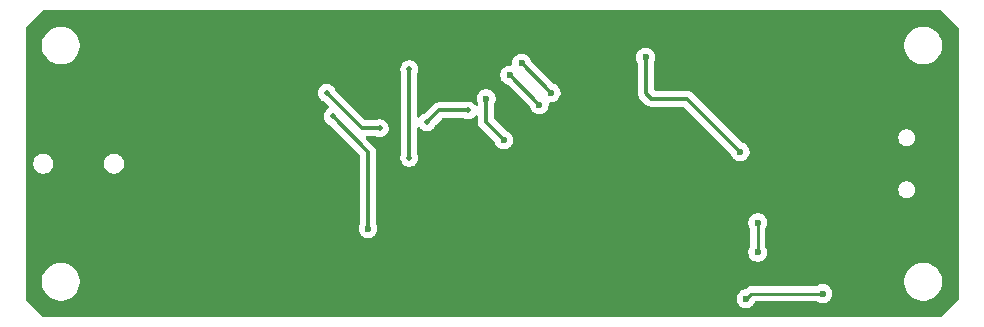
<source format=gbr>
%TF.GenerationSoftware,KiCad,Pcbnew,9.0.1*%
%TF.CreationDate,2025-05-09T23:00:38+01:00*%
%TF.ProjectId,aom-preamp,616f6d2d-7072-4656-916d-702e6b696361,rev?*%
%TF.SameCoordinates,Original*%
%TF.FileFunction,Copper,L2,Bot*%
%TF.FilePolarity,Positive*%
%FSLAX46Y46*%
G04 Gerber Fmt 4.6, Leading zero omitted, Abs format (unit mm)*
G04 Created by KiCad (PCBNEW 9.0.1) date 2025-05-09 23:00:38*
%MOMM*%
%LPD*%
G01*
G04 APERTURE LIST*
%TA.AperFunction,ViaPad*%
%ADD10C,0.600000*%
%TD*%
%TA.AperFunction,ViaPad*%
%ADD11C,0.500000*%
%TD*%
%TA.AperFunction,Conductor*%
%ADD12C,0.350000*%
%TD*%
%TA.AperFunction,Conductor*%
%ADD13C,0.250000*%
%TD*%
G04 APERTURE END LIST*
D10*
%TO.N,GND*%
X133500000Y-81500000D03*
X134500000Y-80500000D03*
X133000000Y-87000000D03*
X131500000Y-83500000D03*
X136000000Y-84000000D03*
X137000000Y-83000000D03*
%TO.N,AVDD1*%
X153500000Y-100450000D03*
X160000000Y-100000000D03*
%TO.N,9V_GND*%
X156500000Y-85000000D03*
X139000000Y-84500000D03*
X139000000Y-83500000D03*
X156500000Y-83500000D03*
D11*
%TO.N,Net-(Q1-B)*%
X118000000Y-83000000D03*
X122500000Y-86000000D03*
%TO.N,Net-(Q2-E)*%
X118500000Y-85000000D03*
D10*
X121500000Y-94500000D03*
D11*
%TO.N,Net-(Q3-B)*%
X130000000Y-84500000D03*
X126500000Y-85500000D03*
%TO.N,Net-(Q3-E)*%
X125000000Y-81000000D03*
X125000000Y-88500000D03*
D10*
%TO.N,Net-(R13-Pad1)*%
X154500000Y-94000000D03*
X154500000Y-96500000D03*
%TO.N,V3.3*%
X153000000Y-88000000D03*
X145000000Y-80000000D03*
%TD*%
D12*
%TO.N,GND*%
X133500000Y-81500000D02*
X136000000Y-84000000D01*
X131500000Y-83500000D02*
X131500000Y-85500000D01*
X134500000Y-80500000D02*
X137000000Y-83000000D01*
X131500000Y-85500000D02*
X133000000Y-87000000D01*
D13*
%TO.N,AVDD1*%
X160000000Y-100000000D02*
X153950000Y-100000000D01*
X153950000Y-100000000D02*
X153500000Y-100450000D01*
D12*
%TO.N,Net-(Q1-B)*%
X121000000Y-86000000D02*
X118000000Y-83000000D01*
X122500000Y-86000000D02*
X121000000Y-86000000D01*
%TO.N,Net-(Q2-E)*%
X121500000Y-88000000D02*
X121500000Y-94500000D01*
X118500000Y-85000000D02*
X121500000Y-88000000D01*
%TO.N,Net-(Q3-B)*%
X127500000Y-84500000D02*
X130000000Y-84500000D01*
X126500000Y-85500000D02*
X127500000Y-84500000D01*
%TO.N,Net-(Q3-E)*%
X125000000Y-81000000D02*
X125000000Y-88500000D01*
D13*
%TO.N,Net-(R13-Pad1)*%
X154500000Y-94000000D02*
X154500000Y-96500000D01*
D12*
%TO.N,V3.3*%
X145500000Y-83500000D02*
X145000000Y-83000000D01*
X153000000Y-88000000D02*
X148500000Y-83500000D01*
X145000000Y-83000000D02*
X145000000Y-80000000D01*
X148500000Y-83500000D02*
X145500000Y-83500000D01*
%TD*%
%TA.AperFunction,Conductor*%
%TO.N,9V_GND*%
G36*
X170016177Y-76020185D02*
G01*
X170036819Y-76036819D01*
X171463181Y-77463181D01*
X171496666Y-77524504D01*
X171499500Y-77550862D01*
X171499500Y-100449137D01*
X171479815Y-100516176D01*
X171463181Y-100536818D01*
X170036818Y-101963181D01*
X169975495Y-101996666D01*
X169949137Y-101999500D01*
X94050862Y-101999500D01*
X93983823Y-101979815D01*
X93963181Y-101963181D01*
X92536819Y-100536819D01*
X92503334Y-100475496D01*
X92500500Y-100449138D01*
X92500500Y-98874038D01*
X93899500Y-98874038D01*
X93899500Y-99125962D01*
X93916020Y-99230263D01*
X93938910Y-99374785D01*
X94016760Y-99614383D01*
X94081073Y-99740602D01*
X94125711Y-99828210D01*
X94131132Y-99838848D01*
X94279201Y-100042649D01*
X94279205Y-100042654D01*
X94457345Y-100220794D01*
X94457350Y-100220798D01*
X94635117Y-100349952D01*
X94661155Y-100368870D01*
X94789192Y-100434108D01*
X94885616Y-100483239D01*
X94885618Y-100483239D01*
X94885621Y-100483241D01*
X95125215Y-100561090D01*
X95374038Y-100600500D01*
X95374039Y-100600500D01*
X95625961Y-100600500D01*
X95625962Y-100600500D01*
X95874785Y-100561090D01*
X96114379Y-100483241D01*
X96334364Y-100371153D01*
X152699500Y-100371153D01*
X152699500Y-100528846D01*
X152730261Y-100683489D01*
X152730264Y-100683501D01*
X152790602Y-100829172D01*
X152790609Y-100829185D01*
X152878210Y-100960288D01*
X152878213Y-100960292D01*
X152989707Y-101071786D01*
X152989711Y-101071789D01*
X153120814Y-101159390D01*
X153120827Y-101159397D01*
X153266498Y-101219735D01*
X153266503Y-101219737D01*
X153394845Y-101245266D01*
X153421153Y-101250499D01*
X153421156Y-101250500D01*
X153421158Y-101250500D01*
X153578844Y-101250500D01*
X153578845Y-101250499D01*
X153733497Y-101219737D01*
X153879179Y-101159394D01*
X154010289Y-101071789D01*
X154121789Y-100960289D01*
X154209394Y-100829179D01*
X154234016Y-100769737D01*
X154262053Y-100702048D01*
X154305893Y-100647644D01*
X154372187Y-100625579D01*
X154376614Y-100625500D01*
X159457650Y-100625500D01*
X159524689Y-100645185D01*
X159526541Y-100646398D01*
X159582051Y-100683489D01*
X159620821Y-100709394D01*
X159620823Y-100709395D01*
X159620827Y-100709397D01*
X159766498Y-100769735D01*
X159766503Y-100769737D01*
X159921153Y-100800499D01*
X159921156Y-100800500D01*
X159921158Y-100800500D01*
X160078844Y-100800500D01*
X160078845Y-100800499D01*
X160233497Y-100769737D01*
X160379179Y-100709394D01*
X160510289Y-100621789D01*
X160621789Y-100510289D01*
X160709394Y-100379179D01*
X160712719Y-100371153D01*
X160723067Y-100346166D01*
X160769737Y-100233497D01*
X160800500Y-100078842D01*
X160800500Y-99921158D01*
X160800500Y-99921155D01*
X160800499Y-99921153D01*
X160782012Y-99828213D01*
X160769737Y-99766503D01*
X160769735Y-99766498D01*
X160709397Y-99620827D01*
X160709390Y-99620814D01*
X160621789Y-99489711D01*
X160621786Y-99489707D01*
X160510292Y-99378213D01*
X160510288Y-99378210D01*
X160379185Y-99290609D01*
X160379172Y-99290602D01*
X160233501Y-99230264D01*
X160233489Y-99230261D01*
X160078845Y-99199500D01*
X160078842Y-99199500D01*
X159921158Y-99199500D01*
X159921155Y-99199500D01*
X159766510Y-99230261D01*
X159766498Y-99230264D01*
X159620827Y-99290602D01*
X159620815Y-99290609D01*
X159526541Y-99353602D01*
X159459864Y-99374480D01*
X159457650Y-99374500D01*
X153888389Y-99374500D01*
X153827971Y-99386518D01*
X153790259Y-99394019D01*
X153767550Y-99398536D01*
X153767548Y-99398537D01*
X153734207Y-99412347D01*
X153653719Y-99445684D01*
X153653705Y-99445692D01*
X153551272Y-99514138D01*
X153551264Y-99514144D01*
X153464139Y-99601270D01*
X153464137Y-99601272D01*
X153441201Y-99624207D01*
X153379877Y-99657691D01*
X153377714Y-99658141D01*
X153266508Y-99680261D01*
X153266498Y-99680264D01*
X153120827Y-99740602D01*
X153120814Y-99740609D01*
X152989711Y-99828210D01*
X152989707Y-99828213D01*
X152878213Y-99939707D01*
X152878210Y-99939711D01*
X152790609Y-100070814D01*
X152790602Y-100070827D01*
X152730264Y-100216498D01*
X152730261Y-100216510D01*
X152699500Y-100371153D01*
X96334364Y-100371153D01*
X96338845Y-100368870D01*
X96414351Y-100314011D01*
X96482158Y-100264748D01*
X96542649Y-100220798D01*
X96542647Y-100220798D01*
X96542656Y-100220793D01*
X96720793Y-100042656D01*
X96868870Y-99838845D01*
X96983241Y-99614379D01*
X97061090Y-99374785D01*
X97100500Y-99125962D01*
X97100500Y-98874038D01*
X166899500Y-98874038D01*
X166899500Y-99125962D01*
X166916020Y-99230263D01*
X166938910Y-99374785D01*
X167016760Y-99614383D01*
X167081073Y-99740602D01*
X167125711Y-99828210D01*
X167131132Y-99838848D01*
X167279201Y-100042649D01*
X167279205Y-100042654D01*
X167457345Y-100220794D01*
X167457350Y-100220798D01*
X167635117Y-100349952D01*
X167661155Y-100368870D01*
X167789192Y-100434108D01*
X167885616Y-100483239D01*
X167885618Y-100483239D01*
X167885621Y-100483241D01*
X168125215Y-100561090D01*
X168374038Y-100600500D01*
X168374039Y-100600500D01*
X168625961Y-100600500D01*
X168625962Y-100600500D01*
X168874785Y-100561090D01*
X169114379Y-100483241D01*
X169338845Y-100368870D01*
X169542656Y-100220793D01*
X169720793Y-100042656D01*
X169868870Y-99838845D01*
X169983241Y-99614379D01*
X170061090Y-99374785D01*
X170100500Y-99125962D01*
X170100500Y-98874038D01*
X170061090Y-98625215D01*
X169983241Y-98385621D01*
X169983239Y-98385618D01*
X169983239Y-98385616D01*
X169941747Y-98304184D01*
X169868870Y-98161155D01*
X169849952Y-98135117D01*
X169720798Y-97957350D01*
X169720794Y-97957345D01*
X169542654Y-97779205D01*
X169542649Y-97779201D01*
X169338848Y-97631132D01*
X169338847Y-97631131D01*
X169338845Y-97631130D01*
X169268747Y-97595413D01*
X169114383Y-97516760D01*
X168874785Y-97438910D01*
X168625962Y-97399500D01*
X168374038Y-97399500D01*
X168249626Y-97419205D01*
X168125214Y-97438910D01*
X167885616Y-97516760D01*
X167661151Y-97631132D01*
X167457350Y-97779201D01*
X167457345Y-97779205D01*
X167279205Y-97957345D01*
X167279201Y-97957350D01*
X167131132Y-98161151D01*
X167016760Y-98385616D01*
X166938910Y-98625214D01*
X166938910Y-98625215D01*
X166899500Y-98874038D01*
X97100500Y-98874038D01*
X97061090Y-98625215D01*
X96983241Y-98385621D01*
X96983239Y-98385618D01*
X96983239Y-98385616D01*
X96941747Y-98304184D01*
X96868870Y-98161155D01*
X96849952Y-98135117D01*
X96720798Y-97957350D01*
X96720794Y-97957345D01*
X96542654Y-97779205D01*
X96542649Y-97779201D01*
X96338848Y-97631132D01*
X96338847Y-97631131D01*
X96338845Y-97631130D01*
X96268747Y-97595413D01*
X96114383Y-97516760D01*
X95874785Y-97438910D01*
X95625962Y-97399500D01*
X95374038Y-97399500D01*
X95249626Y-97419205D01*
X95125214Y-97438910D01*
X94885616Y-97516760D01*
X94661151Y-97631132D01*
X94457350Y-97779201D01*
X94457345Y-97779205D01*
X94279205Y-97957345D01*
X94279201Y-97957350D01*
X94131132Y-98161151D01*
X94016760Y-98385616D01*
X93938910Y-98625214D01*
X93938910Y-98625215D01*
X93899500Y-98874038D01*
X92500500Y-98874038D01*
X92500500Y-88916228D01*
X93149500Y-88916228D01*
X93149500Y-89083771D01*
X93182182Y-89248074D01*
X93182184Y-89248082D01*
X93246295Y-89402860D01*
X93339373Y-89542162D01*
X93457837Y-89660626D01*
X93550494Y-89722537D01*
X93597137Y-89753703D01*
X93751918Y-89817816D01*
X93916228Y-89850499D01*
X93916232Y-89850500D01*
X93916233Y-89850500D01*
X94083768Y-89850500D01*
X94083769Y-89850499D01*
X94248082Y-89817816D01*
X94402863Y-89753703D01*
X94542162Y-89660626D01*
X94660626Y-89542162D01*
X94753703Y-89402863D01*
X94817816Y-89248082D01*
X94850500Y-89083767D01*
X94850500Y-88916233D01*
X94850499Y-88916228D01*
X99149500Y-88916228D01*
X99149500Y-89083771D01*
X99182182Y-89248074D01*
X99182184Y-89248082D01*
X99246295Y-89402860D01*
X99339373Y-89542162D01*
X99457837Y-89660626D01*
X99550494Y-89722537D01*
X99597137Y-89753703D01*
X99751918Y-89817816D01*
X99916228Y-89850499D01*
X99916232Y-89850500D01*
X99916233Y-89850500D01*
X100083768Y-89850500D01*
X100083769Y-89850499D01*
X100248082Y-89817816D01*
X100402863Y-89753703D01*
X100542162Y-89660626D01*
X100660626Y-89542162D01*
X100753703Y-89402863D01*
X100817816Y-89248082D01*
X100850500Y-89083767D01*
X100850500Y-88916233D01*
X100817816Y-88751918D01*
X100753703Y-88597137D01*
X100695672Y-88510288D01*
X100660626Y-88457837D01*
X100542162Y-88339373D01*
X100402860Y-88246295D01*
X100248082Y-88182184D01*
X100248074Y-88182182D01*
X100083771Y-88149500D01*
X100083767Y-88149500D01*
X99916233Y-88149500D01*
X99916228Y-88149500D01*
X99751925Y-88182182D01*
X99751917Y-88182184D01*
X99597139Y-88246295D01*
X99457837Y-88339373D01*
X99339373Y-88457837D01*
X99246295Y-88597139D01*
X99182184Y-88751917D01*
X99182182Y-88751925D01*
X99149500Y-88916228D01*
X94850499Y-88916228D01*
X94817816Y-88751918D01*
X94753703Y-88597137D01*
X94695672Y-88510288D01*
X94660626Y-88457837D01*
X94542162Y-88339373D01*
X94402860Y-88246295D01*
X94248082Y-88182184D01*
X94248074Y-88182182D01*
X94083771Y-88149500D01*
X94083767Y-88149500D01*
X93916233Y-88149500D01*
X93916228Y-88149500D01*
X93751925Y-88182182D01*
X93751917Y-88182184D01*
X93597139Y-88246295D01*
X93457837Y-88339373D01*
X93339373Y-88457837D01*
X93246295Y-88597139D01*
X93182184Y-88751917D01*
X93182182Y-88751925D01*
X93149500Y-88916228D01*
X92500500Y-88916228D01*
X92500500Y-83073920D01*
X117249499Y-83073920D01*
X117278340Y-83218907D01*
X117278343Y-83218917D01*
X117334912Y-83355488D01*
X117334919Y-83355501D01*
X117417048Y-83478415D01*
X117417051Y-83478419D01*
X117521580Y-83582948D01*
X117521588Y-83582954D01*
X117644503Y-83665083D01*
X117644506Y-83665085D01*
X117733153Y-83701803D01*
X117773382Y-83728683D01*
X118179528Y-84134829D01*
X118213013Y-84196152D01*
X118208029Y-84265844D01*
X118166157Y-84321777D01*
X118149473Y-84331295D01*
X118149875Y-84332046D01*
X118144498Y-84334919D01*
X118021584Y-84417048D01*
X118021580Y-84417051D01*
X117917051Y-84521580D01*
X117917048Y-84521584D01*
X117834919Y-84644498D01*
X117834912Y-84644511D01*
X117778343Y-84781082D01*
X117778340Y-84781092D01*
X117749500Y-84926079D01*
X117749500Y-84926082D01*
X117749500Y-85073918D01*
X117749500Y-85073920D01*
X117749499Y-85073920D01*
X117778340Y-85218907D01*
X117778343Y-85218917D01*
X117834912Y-85355488D01*
X117834919Y-85355501D01*
X117917048Y-85478415D01*
X117917051Y-85478419D01*
X118021580Y-85582948D01*
X118021588Y-85582954D01*
X118144503Y-85665083D01*
X118144506Y-85665085D01*
X118233153Y-85701803D01*
X118273382Y-85728683D01*
X120788181Y-88243482D01*
X120821666Y-88304805D01*
X120824500Y-88331163D01*
X120824500Y-94032479D01*
X120804815Y-94099518D01*
X120803602Y-94101370D01*
X120790609Y-94120814D01*
X120790602Y-94120827D01*
X120730264Y-94266498D01*
X120730261Y-94266510D01*
X120699500Y-94421153D01*
X120699500Y-94578846D01*
X120730261Y-94733489D01*
X120730264Y-94733501D01*
X120790602Y-94879172D01*
X120790609Y-94879185D01*
X120878210Y-95010288D01*
X120878213Y-95010292D01*
X120989707Y-95121786D01*
X120989711Y-95121789D01*
X121120814Y-95209390D01*
X121120827Y-95209397D01*
X121266498Y-95269735D01*
X121266503Y-95269737D01*
X121421153Y-95300499D01*
X121421156Y-95300500D01*
X121421158Y-95300500D01*
X121578844Y-95300500D01*
X121578845Y-95300499D01*
X121733497Y-95269737D01*
X121879179Y-95209394D01*
X122010289Y-95121789D01*
X122121789Y-95010289D01*
X122209394Y-94879179D01*
X122269737Y-94733497D01*
X122300500Y-94578842D01*
X122300500Y-94421158D01*
X122300500Y-94421155D01*
X122300499Y-94421153D01*
X122269738Y-94266510D01*
X122269737Y-94266503D01*
X122256062Y-94233489D01*
X122209397Y-94120827D01*
X122209390Y-94120814D01*
X122196398Y-94101370D01*
X122190747Y-94083323D01*
X122180523Y-94067414D01*
X122176071Y-94036452D01*
X122175520Y-94034692D01*
X122175500Y-94032479D01*
X122175500Y-93921153D01*
X153699500Y-93921153D01*
X153699500Y-94078846D01*
X153730261Y-94233489D01*
X153730264Y-94233501D01*
X153790602Y-94379172D01*
X153790609Y-94379184D01*
X153853602Y-94473459D01*
X153874480Y-94540136D01*
X153874500Y-94542350D01*
X153874500Y-95957650D01*
X153854815Y-96024689D01*
X153853602Y-96026541D01*
X153790609Y-96120815D01*
X153790602Y-96120828D01*
X153730264Y-96266498D01*
X153730261Y-96266510D01*
X153699500Y-96421153D01*
X153699500Y-96578846D01*
X153730261Y-96733489D01*
X153730264Y-96733501D01*
X153790602Y-96879172D01*
X153790609Y-96879185D01*
X153878210Y-97010288D01*
X153878213Y-97010292D01*
X153989707Y-97121786D01*
X153989711Y-97121789D01*
X154120814Y-97209390D01*
X154120827Y-97209397D01*
X154266498Y-97269735D01*
X154266503Y-97269737D01*
X154421153Y-97300499D01*
X154421156Y-97300500D01*
X154421158Y-97300500D01*
X154578844Y-97300500D01*
X154578845Y-97300499D01*
X154733497Y-97269737D01*
X154879179Y-97209394D01*
X155010289Y-97121789D01*
X155121789Y-97010289D01*
X155209394Y-96879179D01*
X155269737Y-96733497D01*
X155300500Y-96578842D01*
X155300500Y-96421158D01*
X155300500Y-96421155D01*
X155300499Y-96421153D01*
X155269738Y-96266510D01*
X155269737Y-96266503D01*
X155209394Y-96120821D01*
X155146397Y-96026539D01*
X155125520Y-95959863D01*
X155125500Y-95957650D01*
X155125500Y-94542350D01*
X155145185Y-94475311D01*
X155146398Y-94473459D01*
X155181346Y-94421155D01*
X155209394Y-94379179D01*
X155269737Y-94233497D01*
X155300500Y-94078842D01*
X155300500Y-93921158D01*
X155300500Y-93921155D01*
X155300499Y-93921153D01*
X155269738Y-93766510D01*
X155269737Y-93766503D01*
X155269735Y-93766498D01*
X155209397Y-93620827D01*
X155209390Y-93620814D01*
X155121789Y-93489711D01*
X155121786Y-93489707D01*
X155010292Y-93378213D01*
X155010288Y-93378210D01*
X154879185Y-93290609D01*
X154879172Y-93290602D01*
X154733501Y-93230264D01*
X154733489Y-93230261D01*
X154578845Y-93199500D01*
X154578842Y-93199500D01*
X154421158Y-93199500D01*
X154421155Y-93199500D01*
X154266510Y-93230261D01*
X154266498Y-93230264D01*
X154120827Y-93290602D01*
X154120814Y-93290609D01*
X153989711Y-93378210D01*
X153989707Y-93378213D01*
X153878213Y-93489707D01*
X153878210Y-93489711D01*
X153790609Y-93620814D01*
X153790602Y-93620827D01*
X153730264Y-93766498D01*
X153730261Y-93766510D01*
X153699500Y-93921153D01*
X122175500Y-93921153D01*
X122175500Y-91268995D01*
X166399499Y-91268995D01*
X166426418Y-91404322D01*
X166426421Y-91404332D01*
X166479221Y-91531804D01*
X166479228Y-91531817D01*
X166555885Y-91646541D01*
X166555888Y-91646545D01*
X166653454Y-91744111D01*
X166653458Y-91744114D01*
X166768182Y-91820771D01*
X166768195Y-91820778D01*
X166895667Y-91873578D01*
X166895672Y-91873580D01*
X166895676Y-91873580D01*
X166895677Y-91873581D01*
X167031004Y-91900500D01*
X167031007Y-91900500D01*
X167168995Y-91900500D01*
X167260041Y-91882389D01*
X167304328Y-91873580D01*
X167431811Y-91820775D01*
X167546542Y-91744114D01*
X167644114Y-91646542D01*
X167720775Y-91531811D01*
X167773580Y-91404328D01*
X167800500Y-91268993D01*
X167800500Y-91131007D01*
X167800500Y-91131004D01*
X167773581Y-90995677D01*
X167773580Y-90995676D01*
X167773580Y-90995672D01*
X167773578Y-90995667D01*
X167720778Y-90868195D01*
X167720771Y-90868182D01*
X167644114Y-90753458D01*
X167644111Y-90753454D01*
X167546545Y-90655888D01*
X167546541Y-90655885D01*
X167431817Y-90579228D01*
X167431804Y-90579221D01*
X167304332Y-90526421D01*
X167304322Y-90526418D01*
X167168995Y-90499500D01*
X167168993Y-90499500D01*
X167031007Y-90499500D01*
X167031005Y-90499500D01*
X166895677Y-90526418D01*
X166895667Y-90526421D01*
X166768195Y-90579221D01*
X166768182Y-90579228D01*
X166653458Y-90655885D01*
X166653454Y-90655888D01*
X166555888Y-90753454D01*
X166555885Y-90753458D01*
X166479228Y-90868182D01*
X166479221Y-90868195D01*
X166426421Y-90995667D01*
X166426418Y-90995677D01*
X166399500Y-91131004D01*
X166399500Y-91131007D01*
X166399500Y-91268993D01*
X166399500Y-91268995D01*
X166399499Y-91268995D01*
X122175500Y-91268995D01*
X122175500Y-87933467D01*
X122171940Y-87915572D01*
X122163770Y-87874499D01*
X122149541Y-87802964D01*
X122099183Y-87681392D01*
X122098846Y-87680368D01*
X122024698Y-87569398D01*
X122024697Y-87569397D01*
X122024695Y-87569394D01*
X121930606Y-87475305D01*
X121342482Y-86887181D01*
X121308997Y-86825858D01*
X121313981Y-86756166D01*
X121355853Y-86700233D01*
X121421317Y-86675816D01*
X121430163Y-86675500D01*
X122144987Y-86675500D01*
X122192439Y-86684938D01*
X122281087Y-86721658D01*
X122281091Y-86721658D01*
X122281092Y-86721659D01*
X122426079Y-86750500D01*
X122426082Y-86750500D01*
X122573920Y-86750500D01*
X122671929Y-86731004D01*
X122718913Y-86721658D01*
X122829586Y-86675816D01*
X122855488Y-86665087D01*
X122855488Y-86665086D01*
X122855495Y-86665084D01*
X122978416Y-86582951D01*
X123082951Y-86478416D01*
X123165084Y-86355495D01*
X123165930Y-86353454D01*
X123177902Y-86324547D01*
X123221658Y-86218913D01*
X123240056Y-86126421D01*
X123250500Y-86073920D01*
X123250500Y-85926079D01*
X123221659Y-85781092D01*
X123221658Y-85781091D01*
X123221658Y-85781087D01*
X123199952Y-85728683D01*
X123165087Y-85644511D01*
X123165080Y-85644498D01*
X123082951Y-85521584D01*
X123082948Y-85521580D01*
X122978419Y-85417051D01*
X122978415Y-85417048D01*
X122855501Y-85334919D01*
X122855488Y-85334912D01*
X122718917Y-85278343D01*
X122718907Y-85278340D01*
X122573920Y-85249500D01*
X122573918Y-85249500D01*
X122426082Y-85249500D01*
X122426080Y-85249500D01*
X122281092Y-85278340D01*
X122281086Y-85278342D01*
X122192440Y-85315061D01*
X122144987Y-85324500D01*
X121331163Y-85324500D01*
X121264124Y-85304815D01*
X121243482Y-85288181D01*
X118728683Y-82773382D01*
X118701803Y-82733153D01*
X118665085Y-82644506D01*
X118665083Y-82644503D01*
X118582954Y-82521588D01*
X118582948Y-82521580D01*
X118478419Y-82417051D01*
X118478415Y-82417048D01*
X118355501Y-82334919D01*
X118355488Y-82334912D01*
X118218917Y-82278343D01*
X118218907Y-82278340D01*
X118073920Y-82249500D01*
X118073918Y-82249500D01*
X117926082Y-82249500D01*
X117926080Y-82249500D01*
X117781092Y-82278340D01*
X117781082Y-82278343D01*
X117644511Y-82334912D01*
X117644498Y-82334919D01*
X117521584Y-82417048D01*
X117521580Y-82417051D01*
X117417051Y-82521580D01*
X117417048Y-82521584D01*
X117334919Y-82644498D01*
X117334912Y-82644511D01*
X117278343Y-82781082D01*
X117278340Y-82781092D01*
X117249500Y-82926079D01*
X117249500Y-82926082D01*
X117249500Y-83073918D01*
X117249500Y-83073920D01*
X117249499Y-83073920D01*
X92500500Y-83073920D01*
X92500500Y-81073920D01*
X124249499Y-81073920D01*
X124278340Y-81218907D01*
X124278342Y-81218913D01*
X124298054Y-81266503D01*
X124315061Y-81307560D01*
X124324500Y-81355013D01*
X124324500Y-88144986D01*
X124315061Y-88192438D01*
X124278343Y-88281082D01*
X124278340Y-88281092D01*
X124249500Y-88426079D01*
X124249500Y-88426082D01*
X124249500Y-88573918D01*
X124249500Y-88573920D01*
X124249499Y-88573920D01*
X124278340Y-88718907D01*
X124278343Y-88718917D01*
X124334912Y-88855488D01*
X124334919Y-88855501D01*
X124417048Y-88978415D01*
X124417051Y-88978419D01*
X124521580Y-89082948D01*
X124521584Y-89082951D01*
X124644498Y-89165080D01*
X124644511Y-89165087D01*
X124781082Y-89221656D01*
X124781087Y-89221658D01*
X124781091Y-89221658D01*
X124781092Y-89221659D01*
X124926079Y-89250500D01*
X124926082Y-89250500D01*
X125073920Y-89250500D01*
X125171462Y-89231096D01*
X125218913Y-89221658D01*
X125355495Y-89165084D01*
X125478416Y-89082951D01*
X125582951Y-88978416D01*
X125665084Y-88855495D01*
X125721658Y-88718913D01*
X125745881Y-88597139D01*
X125750500Y-88573920D01*
X125750500Y-88426079D01*
X125721659Y-88281092D01*
X125721658Y-88281091D01*
X125721658Y-88281087D01*
X125706082Y-88243482D01*
X125684939Y-88192438D01*
X125675500Y-88144986D01*
X125675500Y-86025686D01*
X125695185Y-85958647D01*
X125747989Y-85912892D01*
X125817147Y-85902948D01*
X125880703Y-85931973D01*
X125902602Y-85956795D01*
X125917048Y-85978415D01*
X125917051Y-85978419D01*
X126021580Y-86082948D01*
X126021584Y-86082951D01*
X126144498Y-86165080D01*
X126144511Y-86165087D01*
X126281082Y-86221656D01*
X126281087Y-86221658D01*
X126281091Y-86221658D01*
X126281092Y-86221659D01*
X126426079Y-86250500D01*
X126426082Y-86250500D01*
X126573920Y-86250500D01*
X126675664Y-86230261D01*
X126718913Y-86221658D01*
X126855495Y-86165084D01*
X126978416Y-86082951D01*
X127082951Y-85978416D01*
X127165084Y-85855495D01*
X127201804Y-85766841D01*
X127228680Y-85726619D01*
X127743482Y-85211819D01*
X127804805Y-85178334D01*
X127831163Y-85175500D01*
X129644987Y-85175500D01*
X129692439Y-85184938D01*
X129781087Y-85221658D01*
X129781091Y-85221658D01*
X129781092Y-85221659D01*
X129926079Y-85250500D01*
X129926082Y-85250500D01*
X130073920Y-85250500D01*
X130171462Y-85231096D01*
X130218913Y-85221658D01*
X130324547Y-85177902D01*
X130355488Y-85165087D01*
X130355488Y-85165086D01*
X130355495Y-85165084D01*
X130478416Y-85082951D01*
X130582951Y-84978416D01*
X130597398Y-84956795D01*
X130651010Y-84911990D01*
X130720335Y-84903283D01*
X130783362Y-84933437D01*
X130820082Y-84992880D01*
X130824500Y-85025686D01*
X130824500Y-85566535D01*
X130850457Y-85697028D01*
X130850459Y-85697036D01*
X130901378Y-85819965D01*
X130901383Y-85819975D01*
X130975304Y-85930605D01*
X130975307Y-85930609D01*
X132191762Y-87147063D01*
X132225247Y-87208386D01*
X132225698Y-87210551D01*
X132230261Y-87233493D01*
X132230263Y-87233499D01*
X132290602Y-87379172D01*
X132290609Y-87379185D01*
X132378210Y-87510288D01*
X132378213Y-87510292D01*
X132489707Y-87621786D01*
X132489711Y-87621789D01*
X132620814Y-87709390D01*
X132620827Y-87709397D01*
X132758683Y-87766498D01*
X132766503Y-87769737D01*
X132921153Y-87800499D01*
X132921156Y-87800500D01*
X132921158Y-87800500D01*
X133078844Y-87800500D01*
X133078845Y-87800499D01*
X133233497Y-87769737D01*
X133379179Y-87709394D01*
X133510289Y-87621789D01*
X133621789Y-87510289D01*
X133709394Y-87379179D01*
X133769737Y-87233497D01*
X133800500Y-87078842D01*
X133800500Y-86921158D01*
X133800500Y-86921155D01*
X133800499Y-86921153D01*
X133769737Y-86766503D01*
X133765455Y-86756166D01*
X133709397Y-86620827D01*
X133709390Y-86620814D01*
X133621789Y-86489711D01*
X133621786Y-86489707D01*
X133510292Y-86378213D01*
X133510288Y-86378210D01*
X133379185Y-86290609D01*
X133379172Y-86290602D01*
X133233499Y-86230263D01*
X133233493Y-86230261D01*
X133210551Y-86225698D01*
X133148640Y-86193312D01*
X133147063Y-86191762D01*
X132211819Y-85256518D01*
X132178334Y-85195195D01*
X132175500Y-85168837D01*
X132175500Y-83967519D01*
X132195185Y-83900480D01*
X132196398Y-83898628D01*
X132209394Y-83879179D01*
X132269737Y-83733497D01*
X132300500Y-83578842D01*
X132300500Y-83421158D01*
X132300500Y-83421155D01*
X132300499Y-83421153D01*
X132269738Y-83266510D01*
X132269737Y-83266503D01*
X132254393Y-83229459D01*
X132209397Y-83120827D01*
X132209390Y-83120814D01*
X132121789Y-82989711D01*
X132121786Y-82989707D01*
X132010292Y-82878213D01*
X132010288Y-82878210D01*
X131879185Y-82790609D01*
X131879172Y-82790602D01*
X131733501Y-82730264D01*
X131733489Y-82730261D01*
X131578845Y-82699500D01*
X131578842Y-82699500D01*
X131421158Y-82699500D01*
X131421155Y-82699500D01*
X131266510Y-82730261D01*
X131266498Y-82730264D01*
X131120827Y-82790602D01*
X131120814Y-82790609D01*
X130989711Y-82878210D01*
X130989707Y-82878213D01*
X130878213Y-82989707D01*
X130878210Y-82989711D01*
X130790609Y-83120814D01*
X130790602Y-83120827D01*
X130730264Y-83266498D01*
X130730261Y-83266510D01*
X130699500Y-83421153D01*
X130699500Y-83578846D01*
X130730261Y-83733489D01*
X130730264Y-83733501D01*
X130790603Y-83879174D01*
X130790604Y-83879175D01*
X130790606Y-83879179D01*
X130803602Y-83898628D01*
X130809252Y-83916674D01*
X130819477Y-83932584D01*
X130823928Y-83963543D01*
X130824480Y-83965305D01*
X130824500Y-83967519D01*
X130824500Y-83974313D01*
X130804815Y-84041352D01*
X130752011Y-84087107D01*
X130682853Y-84097051D01*
X130619297Y-84068026D01*
X130597399Y-84043205D01*
X130582953Y-84021587D01*
X130582948Y-84021580D01*
X130478419Y-83917051D01*
X130478415Y-83917048D01*
X130355501Y-83834919D01*
X130355488Y-83834912D01*
X130218917Y-83778343D01*
X130218907Y-83778340D01*
X130073920Y-83749500D01*
X130073918Y-83749500D01*
X129926082Y-83749500D01*
X129926080Y-83749500D01*
X129781092Y-83778340D01*
X129781086Y-83778342D01*
X129727595Y-83800499D01*
X129700540Y-83811706D01*
X129692440Y-83815061D01*
X129644987Y-83824500D01*
X127433464Y-83824500D01*
X127302971Y-83850457D01*
X127302963Y-83850459D01*
X127239423Y-83876778D01*
X127239414Y-83876782D01*
X127233629Y-83879179D01*
X127180031Y-83901380D01*
X127128322Y-83935931D01*
X127123413Y-83939210D01*
X127123400Y-83939218D01*
X127069391Y-83975306D01*
X126273382Y-84771315D01*
X126233155Y-84798195D01*
X126144505Y-84834916D01*
X126144498Y-84834919D01*
X126021584Y-84917048D01*
X126021580Y-84917051D01*
X125917051Y-85021580D01*
X125917046Y-85021587D01*
X125902601Y-85043205D01*
X125848988Y-85088010D01*
X125779663Y-85096716D01*
X125716636Y-85066560D01*
X125679918Y-85007117D01*
X125675500Y-84974313D01*
X125675500Y-81421153D01*
X132699500Y-81421153D01*
X132699500Y-81578846D01*
X132730261Y-81733489D01*
X132730264Y-81733501D01*
X132790602Y-81879172D01*
X132790609Y-81879185D01*
X132878210Y-82010288D01*
X132878213Y-82010292D01*
X132989707Y-82121786D01*
X132989711Y-82121789D01*
X133120814Y-82209390D01*
X133120827Y-82209397D01*
X133217646Y-82249500D01*
X133266503Y-82269737D01*
X133289443Y-82274300D01*
X133351353Y-82306682D01*
X133352935Y-82308236D01*
X135191762Y-84147063D01*
X135225247Y-84208386D01*
X135225698Y-84210551D01*
X135230261Y-84233493D01*
X135230263Y-84233499D01*
X135290602Y-84379172D01*
X135290609Y-84379185D01*
X135378210Y-84510288D01*
X135378213Y-84510292D01*
X135489707Y-84621786D01*
X135489711Y-84621789D01*
X135620814Y-84709390D01*
X135620827Y-84709397D01*
X135766498Y-84769735D01*
X135766503Y-84769737D01*
X135909570Y-84798195D01*
X135921153Y-84800499D01*
X135921156Y-84800500D01*
X135921158Y-84800500D01*
X136078844Y-84800500D01*
X136078845Y-84800499D01*
X136233497Y-84769737D01*
X136379179Y-84709394D01*
X136510289Y-84621789D01*
X136621789Y-84510289D01*
X136709394Y-84379179D01*
X136769737Y-84233497D01*
X136800500Y-84078842D01*
X136800500Y-83924500D01*
X136820185Y-83857461D01*
X136872989Y-83811706D01*
X136924500Y-83800500D01*
X137078844Y-83800500D01*
X137078845Y-83800499D01*
X137233497Y-83769737D01*
X137346166Y-83723067D01*
X137379172Y-83709397D01*
X137379172Y-83709396D01*
X137379179Y-83709394D01*
X137510289Y-83621789D01*
X137621789Y-83510289D01*
X137709394Y-83379179D01*
X137769737Y-83233497D01*
X137800500Y-83078842D01*
X137800500Y-82921158D01*
X137800500Y-82921155D01*
X137800499Y-82921153D01*
X137786437Y-82850459D01*
X137769737Y-82766503D01*
X137755923Y-82733153D01*
X137709397Y-82620827D01*
X137709390Y-82620814D01*
X137621789Y-82489711D01*
X137621786Y-82489707D01*
X137510292Y-82378213D01*
X137510288Y-82378210D01*
X137379185Y-82290609D01*
X137379172Y-82290602D01*
X137233499Y-82230263D01*
X137233493Y-82230261D01*
X137210551Y-82225698D01*
X137148640Y-82193312D01*
X137147063Y-82191762D01*
X135308236Y-80352935D01*
X135274751Y-80291612D01*
X135274314Y-80289514D01*
X135269737Y-80266503D01*
X135250804Y-80220794D01*
X135209397Y-80120827D01*
X135209390Y-80120814D01*
X135121790Y-79989712D01*
X135121784Y-79989705D01*
X135053232Y-79921153D01*
X144199500Y-79921153D01*
X144199500Y-80078846D01*
X144230261Y-80233489D01*
X144230264Y-80233501D01*
X144290603Y-80379174D01*
X144290604Y-80379175D01*
X144290606Y-80379179D01*
X144303602Y-80398628D01*
X144324480Y-80465305D01*
X144324500Y-80467519D01*
X144324500Y-83066535D01*
X144350457Y-83197028D01*
X144350459Y-83197036D01*
X144401378Y-83319965D01*
X144401383Y-83319975D01*
X144475304Y-83430605D01*
X144475307Y-83430609D01*
X144975305Y-83930606D01*
X145069394Y-84024695D01*
X145069397Y-84024697D01*
X145069398Y-84024698D01*
X145180020Y-84098613D01*
X145180024Y-84098615D01*
X145180031Y-84098620D01*
X145216037Y-84113534D01*
X145302964Y-84149541D01*
X145424224Y-84173661D01*
X145433464Y-84175499D01*
X145433468Y-84175500D01*
X145433469Y-84175500D01*
X148168837Y-84175500D01*
X148235876Y-84195185D01*
X148256518Y-84211819D01*
X152191762Y-88147063D01*
X152225247Y-88208386D01*
X152225698Y-88210551D01*
X152230261Y-88233493D01*
X152230263Y-88233499D01*
X152290602Y-88379172D01*
X152290609Y-88379185D01*
X152378210Y-88510288D01*
X152378213Y-88510292D01*
X152489707Y-88621786D01*
X152489711Y-88621789D01*
X152620814Y-88709390D01*
X152620827Y-88709397D01*
X152766498Y-88769735D01*
X152766503Y-88769737D01*
X152921153Y-88800499D01*
X152921156Y-88800500D01*
X152921158Y-88800500D01*
X153078844Y-88800500D01*
X153078845Y-88800499D01*
X153233497Y-88769737D01*
X153379179Y-88709394D01*
X153510289Y-88621789D01*
X153621789Y-88510289D01*
X153709394Y-88379179D01*
X153769737Y-88233497D01*
X153800500Y-88078842D01*
X153800500Y-87921158D01*
X153800500Y-87921155D01*
X153800499Y-87921153D01*
X153791219Y-87874499D01*
X153769737Y-87766503D01*
X153733920Y-87680032D01*
X153709397Y-87620827D01*
X153709390Y-87620814D01*
X153621789Y-87489711D01*
X153621786Y-87489707D01*
X153510292Y-87378213D01*
X153510288Y-87378210D01*
X153379185Y-87290609D01*
X153379172Y-87290602D01*
X153233499Y-87230263D01*
X153233493Y-87230261D01*
X153210551Y-87225698D01*
X153148640Y-87193312D01*
X153147063Y-87191762D01*
X152824296Y-86868995D01*
X166399499Y-86868995D01*
X166426418Y-87004322D01*
X166426421Y-87004332D01*
X166479221Y-87131804D01*
X166479228Y-87131817D01*
X166555885Y-87246541D01*
X166555888Y-87246545D01*
X166653454Y-87344111D01*
X166653458Y-87344114D01*
X166768182Y-87420771D01*
X166768195Y-87420778D01*
X166895667Y-87473578D01*
X166895672Y-87473580D01*
X166895676Y-87473580D01*
X166895677Y-87473581D01*
X167031004Y-87500500D01*
X167031007Y-87500500D01*
X167168995Y-87500500D01*
X167260041Y-87482389D01*
X167304328Y-87473580D01*
X167431811Y-87420775D01*
X167546542Y-87344114D01*
X167644114Y-87246542D01*
X167720775Y-87131811D01*
X167773580Y-87004328D01*
X167800500Y-86868993D01*
X167800500Y-86731007D01*
X167800500Y-86731004D01*
X167773581Y-86595677D01*
X167773580Y-86595676D01*
X167773580Y-86595672D01*
X167729688Y-86489707D01*
X167720778Y-86468195D01*
X167720771Y-86468182D01*
X167644114Y-86353458D01*
X167644111Y-86353454D01*
X167546545Y-86255888D01*
X167546541Y-86255885D01*
X167431817Y-86179228D01*
X167431804Y-86179221D01*
X167304332Y-86126421D01*
X167304322Y-86126418D01*
X167168995Y-86099500D01*
X167168993Y-86099500D01*
X167031007Y-86099500D01*
X167031005Y-86099500D01*
X166895677Y-86126418D01*
X166895667Y-86126421D01*
X166768195Y-86179221D01*
X166768182Y-86179228D01*
X166653458Y-86255885D01*
X166653454Y-86255888D01*
X166555888Y-86353454D01*
X166555885Y-86353458D01*
X166479228Y-86468182D01*
X166479221Y-86468195D01*
X166426421Y-86595667D01*
X166426418Y-86595677D01*
X166399500Y-86731004D01*
X166399500Y-86731007D01*
X166399500Y-86868993D01*
X166399500Y-86868995D01*
X166399499Y-86868995D01*
X152824296Y-86868995D01*
X152767897Y-86812596D01*
X148930609Y-82975307D01*
X148930605Y-82975304D01*
X148819975Y-82901383D01*
X148819965Y-82901378D01*
X148697036Y-82850459D01*
X148697028Y-82850457D01*
X148566535Y-82824500D01*
X148566531Y-82824500D01*
X145831163Y-82824500D01*
X145801722Y-82815855D01*
X145771736Y-82809332D01*
X145766720Y-82805577D01*
X145764124Y-82804815D01*
X145743482Y-82788181D01*
X145711819Y-82756518D01*
X145678334Y-82695195D01*
X145675500Y-82668837D01*
X145675500Y-80467519D01*
X145695185Y-80400480D01*
X145696398Y-80398628D01*
X145709394Y-80379179D01*
X145769737Y-80233497D01*
X145800500Y-80078842D01*
X145800500Y-79921158D01*
X145800500Y-79921155D01*
X145800499Y-79921153D01*
X145774531Y-79790606D01*
X145769737Y-79766503D01*
X145769735Y-79766498D01*
X145709397Y-79620827D01*
X145709390Y-79620814D01*
X145621789Y-79489711D01*
X145621786Y-79489707D01*
X145510292Y-79378213D01*
X145510288Y-79378210D01*
X145379185Y-79290609D01*
X145379172Y-79290602D01*
X145233501Y-79230264D01*
X145233489Y-79230261D01*
X145078845Y-79199500D01*
X145078842Y-79199500D01*
X144921158Y-79199500D01*
X144921155Y-79199500D01*
X144766510Y-79230261D01*
X144766498Y-79230264D01*
X144620827Y-79290602D01*
X144620814Y-79290609D01*
X144489711Y-79378210D01*
X144489707Y-79378213D01*
X144378213Y-79489707D01*
X144378210Y-79489711D01*
X144290609Y-79620814D01*
X144290602Y-79620827D01*
X144230264Y-79766498D01*
X144230261Y-79766510D01*
X144199500Y-79921153D01*
X135053232Y-79921153D01*
X135010292Y-79878213D01*
X135010288Y-79878210D01*
X134879185Y-79790609D01*
X134879172Y-79790602D01*
X134733501Y-79730264D01*
X134733489Y-79730261D01*
X134578845Y-79699500D01*
X134578842Y-79699500D01*
X134421158Y-79699500D01*
X134421155Y-79699500D01*
X134266510Y-79730261D01*
X134266498Y-79730264D01*
X134120827Y-79790602D01*
X134120814Y-79790609D01*
X133989711Y-79878210D01*
X133989707Y-79878213D01*
X133878213Y-79989707D01*
X133878210Y-79989711D01*
X133790609Y-80120814D01*
X133790602Y-80120827D01*
X133730264Y-80266498D01*
X133730261Y-80266510D01*
X133699500Y-80421153D01*
X133699500Y-80575500D01*
X133679815Y-80642539D01*
X133627011Y-80688294D01*
X133575500Y-80699500D01*
X133421155Y-80699500D01*
X133266510Y-80730261D01*
X133266498Y-80730264D01*
X133120827Y-80790602D01*
X133120814Y-80790609D01*
X132989711Y-80878210D01*
X132989707Y-80878213D01*
X132878213Y-80989707D01*
X132878210Y-80989711D01*
X132790609Y-81120814D01*
X132790602Y-81120827D01*
X132730264Y-81266498D01*
X132730261Y-81266510D01*
X132699500Y-81421153D01*
X125675500Y-81421153D01*
X125675500Y-81355013D01*
X125684939Y-81307560D01*
X125700273Y-81270540D01*
X125721658Y-81218913D01*
X125750500Y-81073918D01*
X125750500Y-80926082D01*
X125750500Y-80926079D01*
X125721659Y-80781092D01*
X125721658Y-80781091D01*
X125721658Y-80781087D01*
X125721656Y-80781082D01*
X125665087Y-80644511D01*
X125665080Y-80644498D01*
X125582951Y-80521584D01*
X125582948Y-80521580D01*
X125478419Y-80417051D01*
X125478415Y-80417048D01*
X125355501Y-80334919D01*
X125355488Y-80334912D01*
X125218917Y-80278343D01*
X125218907Y-80278340D01*
X125073920Y-80249500D01*
X125073918Y-80249500D01*
X124926082Y-80249500D01*
X124926080Y-80249500D01*
X124781092Y-80278340D01*
X124781082Y-80278343D01*
X124644511Y-80334912D01*
X124644498Y-80334919D01*
X124521584Y-80417048D01*
X124521580Y-80417051D01*
X124417051Y-80521580D01*
X124417048Y-80521584D01*
X124334919Y-80644498D01*
X124334912Y-80644511D01*
X124278343Y-80781082D01*
X124278340Y-80781092D01*
X124249500Y-80926079D01*
X124249500Y-80926082D01*
X124249500Y-81073918D01*
X124249500Y-81073920D01*
X124249499Y-81073920D01*
X92500500Y-81073920D01*
X92500500Y-78874038D01*
X93899500Y-78874038D01*
X93899500Y-79125962D01*
X93916020Y-79230263D01*
X93938910Y-79374785D01*
X94016760Y-79614383D01*
X94131132Y-79838848D01*
X94279201Y-80042649D01*
X94279205Y-80042654D01*
X94457345Y-80220794D01*
X94457350Y-80220798D01*
X94614416Y-80334912D01*
X94661155Y-80368870D01*
X94780941Y-80429904D01*
X94885616Y-80483239D01*
X94885618Y-80483239D01*
X94885621Y-80483241D01*
X95125215Y-80561090D01*
X95374038Y-80600500D01*
X95374039Y-80600500D01*
X95625961Y-80600500D01*
X95625962Y-80600500D01*
X95874785Y-80561090D01*
X96114379Y-80483241D01*
X96338845Y-80368870D01*
X96542656Y-80220793D01*
X96720793Y-80042656D01*
X96868870Y-79838845D01*
X96983241Y-79614379D01*
X97061090Y-79374785D01*
X97100500Y-79125962D01*
X97100500Y-78874038D01*
X166899500Y-78874038D01*
X166899500Y-79125962D01*
X166916020Y-79230263D01*
X166938910Y-79374785D01*
X167016760Y-79614383D01*
X167131132Y-79838848D01*
X167279201Y-80042649D01*
X167279205Y-80042654D01*
X167457345Y-80220794D01*
X167457350Y-80220798D01*
X167614416Y-80334912D01*
X167661155Y-80368870D01*
X167780941Y-80429904D01*
X167885616Y-80483239D01*
X167885618Y-80483239D01*
X167885621Y-80483241D01*
X168125215Y-80561090D01*
X168374038Y-80600500D01*
X168374039Y-80600500D01*
X168625961Y-80600500D01*
X168625962Y-80600500D01*
X168874785Y-80561090D01*
X169114379Y-80483241D01*
X169338845Y-80368870D01*
X169542656Y-80220793D01*
X169720793Y-80042656D01*
X169868870Y-79838845D01*
X169983241Y-79614379D01*
X170061090Y-79374785D01*
X170100500Y-79125962D01*
X170100500Y-78874038D01*
X170061090Y-78625215D01*
X169983241Y-78385621D01*
X169983239Y-78385618D01*
X169983239Y-78385616D01*
X169941747Y-78304184D01*
X169868870Y-78161155D01*
X169849952Y-78135117D01*
X169720798Y-77957350D01*
X169720794Y-77957345D01*
X169542654Y-77779205D01*
X169542649Y-77779201D01*
X169338848Y-77631132D01*
X169338847Y-77631131D01*
X169338845Y-77631130D01*
X169268747Y-77595413D01*
X169114383Y-77516760D01*
X168874785Y-77438910D01*
X168625962Y-77399500D01*
X168374038Y-77399500D01*
X168249626Y-77419205D01*
X168125214Y-77438910D01*
X167885616Y-77516760D01*
X167661151Y-77631132D01*
X167457350Y-77779201D01*
X167457345Y-77779205D01*
X167279205Y-77957345D01*
X167279201Y-77957350D01*
X167131132Y-78161151D01*
X167016760Y-78385616D01*
X166938910Y-78625214D01*
X166938910Y-78625215D01*
X166899500Y-78874038D01*
X97100500Y-78874038D01*
X97061090Y-78625215D01*
X96983241Y-78385621D01*
X96983239Y-78385618D01*
X96983239Y-78385616D01*
X96941747Y-78304184D01*
X96868870Y-78161155D01*
X96849952Y-78135117D01*
X96720798Y-77957350D01*
X96720794Y-77957345D01*
X96542654Y-77779205D01*
X96542649Y-77779201D01*
X96338848Y-77631132D01*
X96338847Y-77631131D01*
X96338845Y-77631130D01*
X96268747Y-77595413D01*
X96114383Y-77516760D01*
X95874785Y-77438910D01*
X95625962Y-77399500D01*
X95374038Y-77399500D01*
X95249626Y-77419205D01*
X95125214Y-77438910D01*
X94885616Y-77516760D01*
X94661151Y-77631132D01*
X94457350Y-77779201D01*
X94457345Y-77779205D01*
X94279205Y-77957345D01*
X94279201Y-77957350D01*
X94131132Y-78161151D01*
X94016760Y-78385616D01*
X93938910Y-78625214D01*
X93938910Y-78625215D01*
X93899500Y-78874038D01*
X92500500Y-78874038D01*
X92500500Y-77550861D01*
X92520185Y-77483822D01*
X92536814Y-77463185D01*
X93963182Y-76036817D01*
X94024503Y-76003334D01*
X94050861Y-76000500D01*
X94065892Y-76000500D01*
X169934108Y-76000500D01*
X169949138Y-76000500D01*
X170016177Y-76020185D01*
G37*
%TD.AperFunction*%
%TD*%
M02*

</source>
